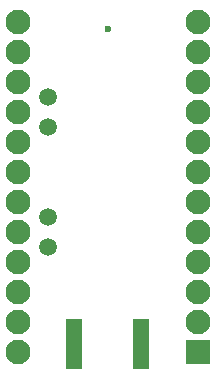
<source format=gbr>
%TF.GenerationSoftware,KiCad,Pcbnew,5.1.9+dfsg1-1~bpo10+1*%
%TF.CreationDate,Date%
%TF.ProjectId,POS,504f532e-6b69-4636-9164-5f7063625858,v3.3*%
%TF.SameCoordinates,Original*%
%TF.FileFunction,Soldermask,Bot*%
%TF.FilePolarity,Negative*%
%FSLAX46Y46*%
G04 Gerber Fmt 4.6, Leading zero omitted, Abs format (unit mm)*
G04 Created by KiCad*
%MOMM*%
%LPD*%
G01*
G04 APERTURE LIST*
%ADD10R,2.100000X2.100000*%
%ADD11C,2.100000*%
%ADD12C,0.600000*%
%ADD13C,1.500000*%
%ADD14R,1.350000X4.200000*%
G04 APERTURE END LIST*
D10*
%TO.C,A1*%
X0Y0D03*
D11*
X0Y2540000D03*
X0Y5080000D03*
X-15240000Y27940000D03*
X0Y7620000D03*
X-15240000Y25400000D03*
X0Y10160000D03*
X-15240000Y22860000D03*
X0Y12700000D03*
X-15240000Y20320000D03*
X0Y15240000D03*
X-15240000Y17780000D03*
X0Y17780000D03*
X-15240000Y15240000D03*
X0Y20320000D03*
X-15240000Y12700000D03*
X0Y22860000D03*
X-15240000Y10160000D03*
X0Y25400000D03*
X-15240000Y7620000D03*
X0Y27940000D03*
X-15240000Y5080000D03*
X-15240000Y2540000D03*
X-15240000Y0D03*
%TD*%
D12*
%TO.C,H2*%
X-7620000Y27305000D03*
%TD*%
D13*
%TO.C,TP2*%
X-12700000Y8890000D03*
%TD*%
%TO.C,TP1*%
X-12700000Y11430000D03*
%TD*%
%TO.C,TP3*%
X-12700000Y19050000D03*
%TD*%
%TO.C,TP4*%
X-12700000Y21590000D03*
%TD*%
D14*
%TO.C,J2*%
X-4795000Y635000D03*
X-10445000Y635000D03*
%TD*%
M02*

</source>
